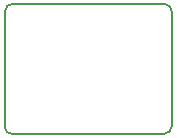
<source format=gko>
G04*
G04 #@! TF.GenerationSoftware,Altium Limited,Altium Designer,20.1.14 (287)*
G04*
G04 Layer_Color=16711935*
%FSLAX25Y25*%
%MOIN*%
G70*
G04*
G04 #@! TF.SameCoordinates,393418DF-571C-4769-8AC5-FB63858C89C1*
G04*
G04*
G04 #@! TF.FilePolarity,Positive*
G04*
G01*
G75*
%ADD10C,0.00500*%
%ADD51C,0.00500*%
D10*
X55368Y40551D02*
G03*
X55368Y40554I-250J0D01*
G01*
X52758Y43163D02*
G03*
X52756Y43163I-2J-2612D01*
G01*
X55368Y40554D02*
G03*
X52758Y43163I-2612J-2D01*
G01*
X55368Y40551D02*
G03*
X55368Y40554I-2612J0D01*
G01*
X52758Y43163D02*
G03*
X52756Y43163I-2J-250D01*
G01*
X55368Y2358D02*
G03*
X55368Y2362I-250J5D01*
G01*
X55368Y2358D02*
G03*
X55368Y2362I-2612J5D01*
G01*
X52756Y-250D02*
G03*
X55368Y2358I0J2612D01*
G01*
X2362Y43163D02*
G03*
X2360Y43163I0J-250D01*
G01*
D02*
G03*
X-250Y40551I2J-2612D01*
G01*
X2362Y43163D02*
G03*
X2360Y43163I-0J-2612D01*
G01*
X-250Y1969D02*
G03*
X1968Y-250I2218J-0D01*
G01*
X55368Y2362D02*
Y40551D01*
X2362Y43163D02*
X52756Y43163D01*
X-250Y40551D02*
Y40551D01*
X-250Y1969D02*
X-250Y40551D01*
X1968Y-250D02*
X52756Y-250D01*
X1968Y-250D02*
X1968D01*
D51*
X55368Y40551D02*
D03*
X55368Y2362D02*
D03*
Y2362D02*
D03*
X-250Y40551D02*
D03*
X1968Y-250D02*
D03*
M02*

</source>
